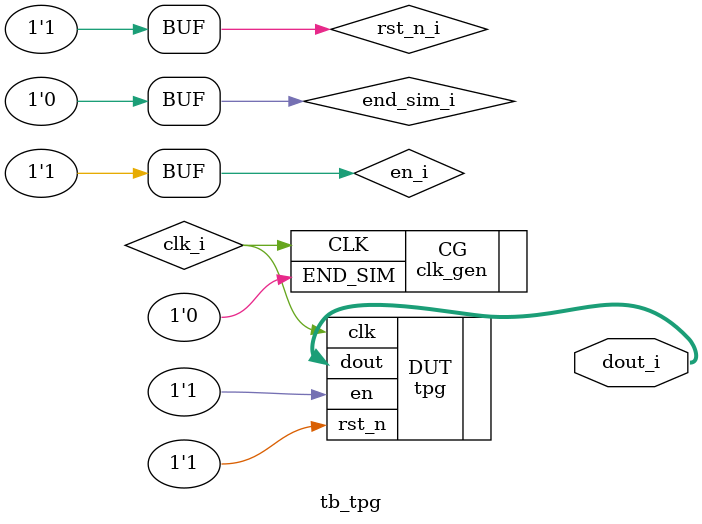
<source format=v>
/**************************************************
 * TESTBENCH for TEST-PATTERN GENERATOR
 **************************************************/

module tb_tpg( dout_i  );
	
	wire clk_i;
	reg en_i, rst_n_i, end_sim_i;
	
	output wire [266:0] dout_i;

	 clk_gen CG(
                .END_SIM(end_sim_i),
                .CLK(clk_i));


	tpg DUT (
                .clk	( clk_i		), 
		.rst_n	( rst_n_i 	), 
		.en	( en_i		),  
                .dout	( dout_i	)
        );

	
	initial begin
		end_sim_i = 0;
		en_i = 1;
		rst_n_i = 0; #6
		rst_n_i = 1; 
	end
endmodule

</source>
